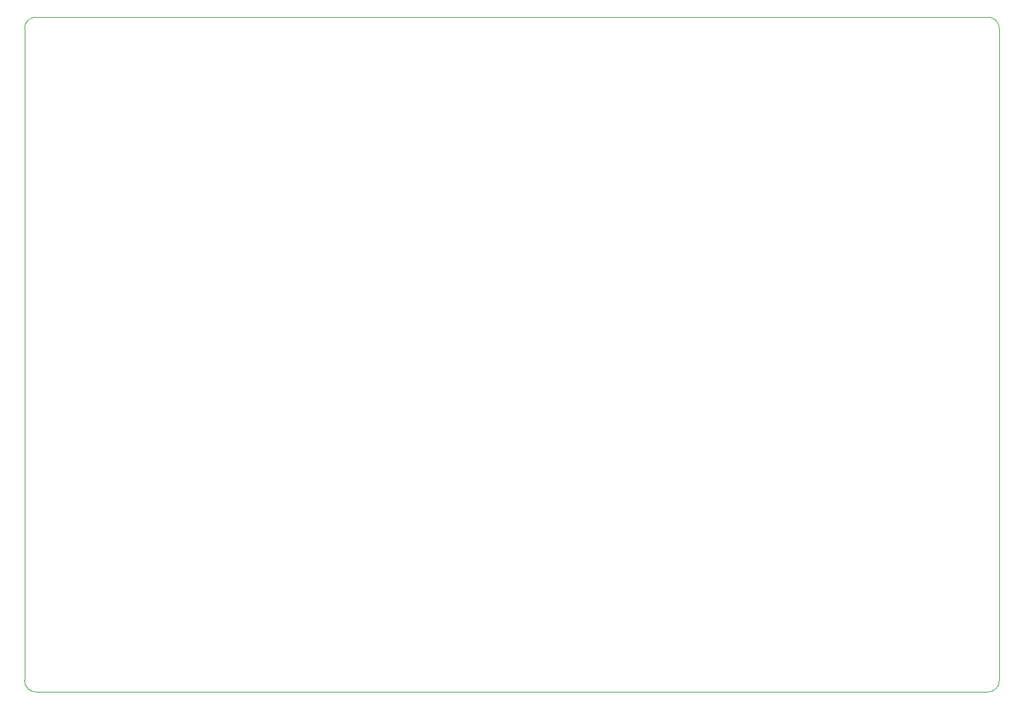
<source format=gbr>
G04 #@! TF.GenerationSoftware,KiCad,Pcbnew,(5.1.9-0-10_14)*
G04 #@! TF.CreationDate,2021-03-12T15:28:23+00:00*
G04 #@! TF.ProjectId,mqttDisplay,6d717474-4469-4737-906c-61792e6b6963,rev?*
G04 #@! TF.SameCoordinates,Original*
G04 #@! TF.FileFunction,Profile,NP*
%FSLAX46Y46*%
G04 Gerber Fmt 4.6, Leading zero omitted, Abs format (unit mm)*
G04 Created by KiCad (PCBNEW (5.1.9-0-10_14)) date 2021-03-12 15:28:23*
%MOMM*%
%LPD*%
G01*
G04 APERTURE LIST*
G04 #@! TA.AperFunction,Profile*
%ADD10C,0.050000*%
G04 #@! TD*
G04 APERTURE END LIST*
D10*
X188200000Y-129600000D02*
G75*
G02*
X186700000Y-131100000I-1500000J0D01*
G01*
X186700000Y-41100000D02*
G75*
G02*
X188200000Y-42600000I0J-1500000D01*
G01*
X58200000Y-42600000D02*
G75*
G02*
X59700000Y-41100000I1500000J0D01*
G01*
X59700000Y-131100000D02*
G75*
G02*
X58200000Y-129600000I0J1500000D01*
G01*
X188200000Y-129600000D02*
X188200000Y-42600000D01*
X59700000Y-131100000D02*
X186700000Y-131100000D01*
X58200000Y-42600000D02*
X58200000Y-129600000D01*
X59700000Y-41100000D02*
X186700000Y-41100000D01*
M02*

</source>
